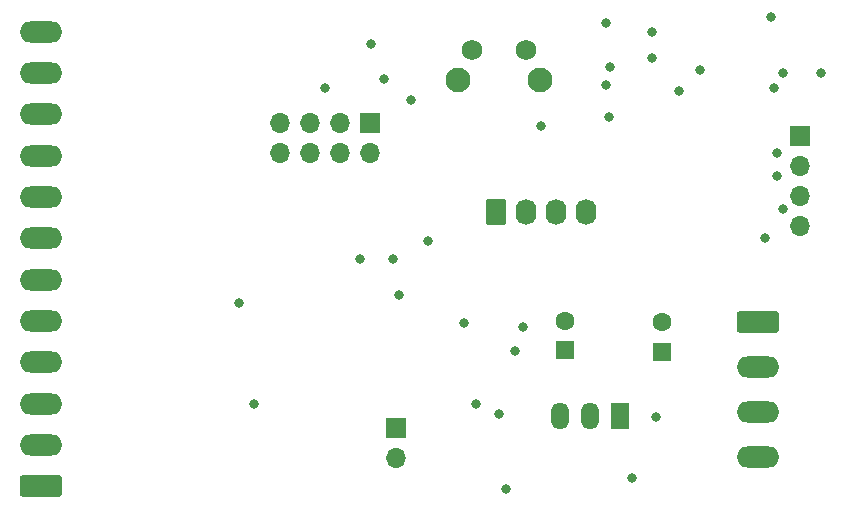
<source format=gbr>
%TF.GenerationSoftware,KiCad,Pcbnew,6.0.2+dfsg-1*%
%TF.CreationDate,2022-06-15T14:05:09+02:00*%
%TF.ProjectId,accra_A,61636372-615f-4412-9e6b-696361645f70,rev?*%
%TF.SameCoordinates,Original*%
%TF.FileFunction,Copper,L3,Inr*%
%TF.FilePolarity,Positive*%
%FSLAX46Y46*%
G04 Gerber Fmt 4.6, Leading zero omitted, Abs format (unit mm)*
G04 Created by KiCad (PCBNEW 6.0.2+dfsg-1) date 2022-06-15 14:05:09*
%MOMM*%
%LPD*%
G01*
G04 APERTURE LIST*
G04 Aperture macros list*
%AMRoundRect*
0 Rectangle with rounded corners*
0 $1 Rounding radius*
0 $2 $3 $4 $5 $6 $7 $8 $9 X,Y pos of 4 corners*
0 Add a 4 corners polygon primitive as box body*
4,1,4,$2,$3,$4,$5,$6,$7,$8,$9,$2,$3,0*
0 Add four circle primitives for the rounded corners*
1,1,$1+$1,$2,$3*
1,1,$1+$1,$4,$5*
1,1,$1+$1,$6,$7*
1,1,$1+$1,$8,$9*
0 Add four rect primitives between the rounded corners*
20,1,$1+$1,$2,$3,$4,$5,0*
20,1,$1+$1,$4,$5,$6,$7,0*
20,1,$1+$1,$6,$7,$8,$9,0*
20,1,$1+$1,$8,$9,$2,$3,0*%
G04 Aperture macros list end*
%TA.AperFunction,ComponentPad*%
%ADD10RoundRect,0.250000X1.550000X-0.650000X1.550000X0.650000X-1.550000X0.650000X-1.550000X-0.650000X0*%
%TD*%
%TA.AperFunction,ComponentPad*%
%ADD11O,3.600000X1.800000*%
%TD*%
%TA.AperFunction,ComponentPad*%
%ADD12RoundRect,0.250000X-0.620000X-0.845000X0.620000X-0.845000X0.620000X0.845000X-0.620000X0.845000X0*%
%TD*%
%TA.AperFunction,ComponentPad*%
%ADD13O,1.740000X2.190000*%
%TD*%
%TA.AperFunction,ComponentPad*%
%ADD14R,1.700000X1.700000*%
%TD*%
%TA.AperFunction,ComponentPad*%
%ADD15O,1.700000X1.700000*%
%TD*%
%TA.AperFunction,ComponentPad*%
%ADD16RoundRect,0.250000X-1.550000X0.650000X-1.550000X-0.650000X1.550000X-0.650000X1.550000X0.650000X0*%
%TD*%
%TA.AperFunction,ComponentPad*%
%ADD17R,1.500000X2.300000*%
%TD*%
%TA.AperFunction,ComponentPad*%
%ADD18O,1.500000X2.300000*%
%TD*%
%TA.AperFunction,ComponentPad*%
%ADD19C,2.100000*%
%TD*%
%TA.AperFunction,ComponentPad*%
%ADD20C,1.750000*%
%TD*%
%TA.AperFunction,ComponentPad*%
%ADD21R,1.600000X1.600000*%
%TD*%
%TA.AperFunction,ComponentPad*%
%ADD22C,1.600000*%
%TD*%
%TA.AperFunction,ViaPad*%
%ADD23C,0.800000*%
%TD*%
G04 APERTURE END LIST*
D10*
%TO.N,+3V3*%
%TO.C,J4*%
X117985000Y-124232500D03*
D11*
%TO.N,GND*%
X117985000Y-120732500D03*
%TO.N,Net-(J3-Pad7)*%
X117985000Y-117232500D03*
%TO.N,+3V3*%
X117985000Y-113732500D03*
%TO.N,GND*%
X117985000Y-110232500D03*
%TO.N,Net-(J3-Pad5)*%
X117985000Y-106732500D03*
%TO.N,+3V3*%
X117985000Y-103232500D03*
%TO.N,GND*%
X117985000Y-99732500D03*
%TO.N,Net-(J3-Pad3)*%
X117985000Y-96232500D03*
%TO.N,+3V3*%
X117985000Y-92732500D03*
%TO.N,GND*%
X117985000Y-89232500D03*
%TO.N,Net-(J3-Pad1)*%
X117985000Y-85732500D03*
%TD*%
D12*
%TO.N,+3V3*%
%TO.C,J5*%
X156500000Y-101000000D03*
D13*
%TO.N,/RXD*%
X159040000Y-101000000D03*
%TO.N,/TXD*%
X161580000Y-101000000D03*
%TO.N,GND*%
X164120000Y-101000000D03*
%TD*%
D14*
%TO.N,Net-(J3-Pad1)*%
%TO.C,J3*%
X145825000Y-93475000D03*
D15*
%TO.N,Net-(J3-Pad2)*%
X145825000Y-96015000D03*
%TO.N,Net-(J3-Pad3)*%
X143285000Y-93475000D03*
%TO.N,Net-(J3-Pad4)*%
X143285000Y-96015000D03*
%TO.N,Net-(J3-Pad5)*%
X140745000Y-93475000D03*
%TO.N,Net-(J3-Pad6)*%
X140745000Y-96015000D03*
%TO.N,Net-(J3-Pad7)*%
X138205000Y-93475000D03*
%TO.N,Net-(J3-Pad8)*%
X138205000Y-96015000D03*
%TD*%
D14*
%TO.N,/USB_D-*%
%TO.C,J2*%
X182200000Y-94600000D03*
D15*
%TO.N,/USB_D+*%
X182200000Y-97140000D03*
%TO.N,+28V*%
X182200000Y-99680000D03*
%TO.N,GND*%
X182200000Y-102220000D03*
%TD*%
D16*
%TO.N,GND*%
%TO.C,J1*%
X178657500Y-110302500D03*
D11*
%TO.N,Net-(D1-Pad1)*%
X178657500Y-114112500D03*
%TO.N,Net-(D1-Pad2)*%
X178657500Y-117922500D03*
%TO.N,+28V*%
X178657500Y-121732500D03*
%TD*%
D14*
%TO.N,Net-(D1-Pad1)*%
%TO.C,JP1*%
X148000000Y-119325000D03*
D15*
%TO.N,Net-(JP1-Pad2)*%
X148000000Y-121865000D03*
%TD*%
D17*
%TO.N,+28V*%
%TO.C,U1*%
X166947000Y-118292500D03*
D18*
%TO.N,GND*%
X164407000Y-118292500D03*
%TO.N,+3V3*%
X161867000Y-118292500D03*
%TD*%
D19*
%TO.N,*%
%TO.C,SW1*%
X153225000Y-89802500D03*
X160235000Y-89802500D03*
D20*
%TO.N,/config*%
X154475000Y-87312500D03*
%TO.N,GND*%
X158975000Y-87312500D03*
%TD*%
D21*
%TO.N,+3V3*%
%TO.C,C2*%
X162300000Y-112732380D03*
D22*
%TO.N,GND*%
X162300000Y-110232380D03*
%TD*%
D21*
%TO.N,+28V*%
%TO.C,C1*%
X170500000Y-112832380D03*
D22*
%TO.N,GND*%
X170500000Y-110332380D03*
%TD*%
D23*
%TO.N,GND*%
X173750000Y-89000000D03*
X168000000Y-123500000D03*
X166000000Y-93000000D03*
X165750000Y-85000000D03*
X165750000Y-90250000D03*
X165750000Y-90250000D03*
%TO.N,+3V3*%
X148250000Y-108000000D03*
X158750000Y-110750000D03*
%TO.N,Net-(D1-Pad1)*%
X154750000Y-117250000D03*
%TO.N,GND*%
X179750000Y-84500000D03*
X180750000Y-89250000D03*
X160250000Y-93750000D03*
X180750000Y-100750000D03*
X180250000Y-98000000D03*
X180250000Y-96000000D03*
X150750000Y-103500000D03*
%TO.N,/D*%
X172000000Y-90750000D03*
X180000000Y-90500000D03*
%TO.N,CNT3*%
X147750000Y-105000000D03*
%TO.N,CNT2*%
X149250000Y-91500000D03*
%TO.N,CNT1*%
X147000000Y-89750000D03*
%TO.N,CNT4*%
X136000000Y-117250000D03*
X179250000Y-103250000D03*
%TO.N,CNT3*%
X145000000Y-105000000D03*
%TO.N,CNT2*%
X142000000Y-90500000D03*
%TO.N,CNT1*%
X145925000Y-86750000D03*
%TO.N,+3V3*%
X184000000Y-89250000D03*
%TO.N,Net-(J3-Pad7)*%
X134750000Y-108750000D03*
%TO.N,+3V3*%
X170050000Y-118400000D03*
X169650000Y-88000000D03*
%TO.N,Net-(D1-Pad2)*%
X158050000Y-112800000D03*
X153800000Y-110400000D03*
X157350000Y-124450000D03*
X156700000Y-118150000D03*
%TO.N,Net-(C5-Pad1)*%
X166100000Y-88750000D03*
X169650000Y-85800000D03*
%TD*%
M02*

</source>
